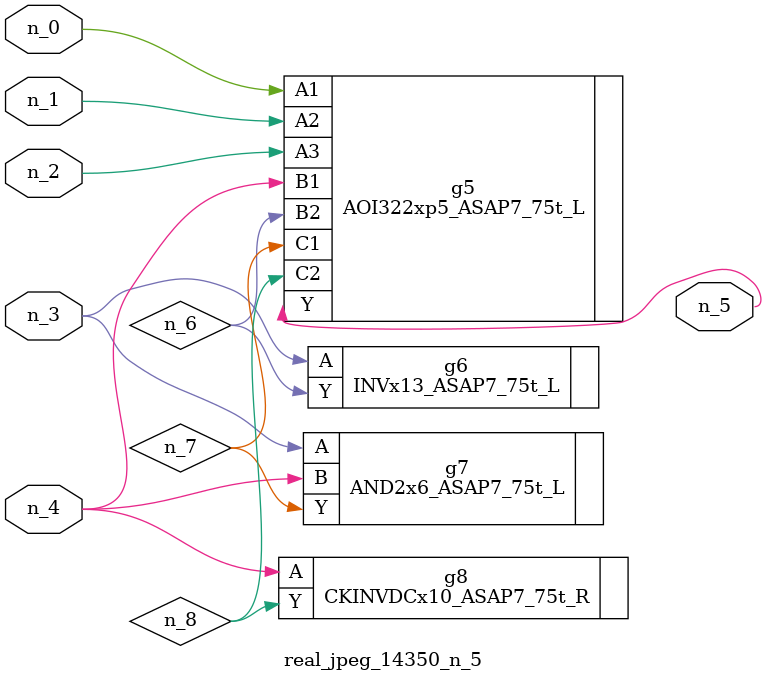
<source format=v>
module real_jpeg_14350_n_5 (n_4, n_0, n_1, n_2, n_3, n_5);

input n_4;
input n_0;
input n_1;
input n_2;
input n_3;

output n_5;

wire n_8;
wire n_6;
wire n_7;

AOI322xp5_ASAP7_75t_L g5 ( 
.A1(n_0),
.A2(n_1),
.A3(n_2),
.B1(n_4),
.B2(n_6),
.C1(n_7),
.C2(n_8),
.Y(n_5)
);

INVx13_ASAP7_75t_L g6 ( 
.A(n_3),
.Y(n_6)
);

AND2x6_ASAP7_75t_L g7 ( 
.A(n_3),
.B(n_4),
.Y(n_7)
);

CKINVDCx10_ASAP7_75t_R g8 ( 
.A(n_4),
.Y(n_8)
);


endmodule
</source>
